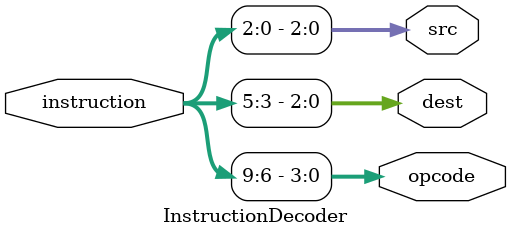
<source format=v>
`timescale 1ns / 1ps


module InstructionDecoder(
    input [9:0] instruction,
    output reg[3:0] opcode,
    output reg[2:0] dest, src
    );
    always @(*) begin
        opcode = instruction[9:6];
        dest = instruction[5:3];
        src = instruction[2:0];
    end
endmodule

</source>
